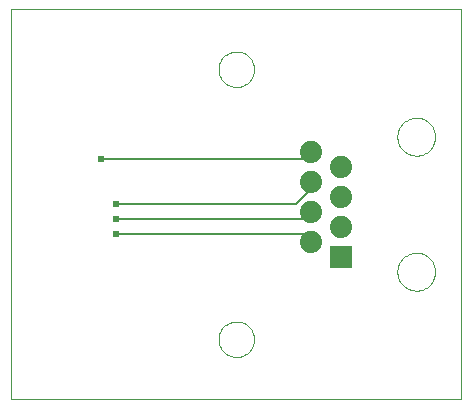
<source format=gbl>
G75*
G70*
%OFA0B0*%
%FSLAX24Y24*%
%IPPOS*%
%LPD*%
%AMOC8*
5,1,8,0,0,1.08239X$1,22.5*
%
%ADD10C,0.0000*%
%ADD11C,0.0740*%
%ADD12R,0.0740X0.0740*%
%ADD13C,0.0060*%
%ADD14C,0.0240*%
D10*
X000100Y000100D02*
X000100Y013100D01*
X015100Y013100D01*
X015100Y000100D01*
X000100Y000100D01*
X007009Y002100D02*
X007011Y002148D01*
X007017Y002196D01*
X007027Y002243D01*
X007040Y002289D01*
X007058Y002334D01*
X007078Y002378D01*
X007103Y002420D01*
X007131Y002459D01*
X007161Y002496D01*
X007195Y002530D01*
X007232Y002562D01*
X007270Y002591D01*
X007311Y002616D01*
X007354Y002638D01*
X007399Y002656D01*
X007445Y002670D01*
X007492Y002681D01*
X007540Y002688D01*
X007588Y002691D01*
X007636Y002690D01*
X007684Y002685D01*
X007732Y002676D01*
X007778Y002664D01*
X007823Y002647D01*
X007867Y002627D01*
X007909Y002604D01*
X007949Y002577D01*
X007987Y002547D01*
X008022Y002514D01*
X008054Y002478D01*
X008084Y002440D01*
X008110Y002399D01*
X008132Y002356D01*
X008152Y002312D01*
X008167Y002267D01*
X008179Y002220D01*
X008187Y002172D01*
X008191Y002124D01*
X008191Y002076D01*
X008187Y002028D01*
X008179Y001980D01*
X008167Y001933D01*
X008152Y001888D01*
X008132Y001844D01*
X008110Y001801D01*
X008084Y001760D01*
X008054Y001722D01*
X008022Y001686D01*
X007987Y001653D01*
X007949Y001623D01*
X007909Y001596D01*
X007867Y001573D01*
X007823Y001553D01*
X007778Y001536D01*
X007732Y001524D01*
X007684Y001515D01*
X007636Y001510D01*
X007588Y001509D01*
X007540Y001512D01*
X007492Y001519D01*
X007445Y001530D01*
X007399Y001544D01*
X007354Y001562D01*
X007311Y001584D01*
X007270Y001609D01*
X007232Y001638D01*
X007195Y001670D01*
X007161Y001704D01*
X007131Y001741D01*
X007103Y001780D01*
X007078Y001822D01*
X007058Y001866D01*
X007040Y001911D01*
X007027Y001957D01*
X007017Y002004D01*
X007011Y002052D01*
X007009Y002100D01*
X012970Y004350D02*
X012972Y004400D01*
X012978Y004450D01*
X012988Y004499D01*
X013002Y004547D01*
X013019Y004594D01*
X013040Y004639D01*
X013065Y004683D01*
X013093Y004724D01*
X013125Y004763D01*
X013159Y004800D01*
X013196Y004834D01*
X013236Y004864D01*
X013278Y004891D01*
X013322Y004915D01*
X013368Y004936D01*
X013415Y004952D01*
X013463Y004965D01*
X013513Y004974D01*
X013562Y004979D01*
X013613Y004980D01*
X013663Y004977D01*
X013712Y004970D01*
X013761Y004959D01*
X013809Y004944D01*
X013855Y004926D01*
X013900Y004904D01*
X013943Y004878D01*
X013984Y004849D01*
X014023Y004817D01*
X014059Y004782D01*
X014091Y004744D01*
X014121Y004704D01*
X014148Y004661D01*
X014171Y004617D01*
X014190Y004571D01*
X014206Y004523D01*
X014218Y004474D01*
X014226Y004425D01*
X014230Y004375D01*
X014230Y004325D01*
X014226Y004275D01*
X014218Y004226D01*
X014206Y004177D01*
X014190Y004129D01*
X014171Y004083D01*
X014148Y004039D01*
X014121Y003996D01*
X014091Y003956D01*
X014059Y003918D01*
X014023Y003883D01*
X013984Y003851D01*
X013943Y003822D01*
X013900Y003796D01*
X013855Y003774D01*
X013809Y003756D01*
X013761Y003741D01*
X013712Y003730D01*
X013663Y003723D01*
X013613Y003720D01*
X013562Y003721D01*
X013513Y003726D01*
X013463Y003735D01*
X013415Y003748D01*
X013368Y003764D01*
X013322Y003785D01*
X013278Y003809D01*
X013236Y003836D01*
X013196Y003866D01*
X013159Y003900D01*
X013125Y003937D01*
X013093Y003976D01*
X013065Y004017D01*
X013040Y004061D01*
X013019Y004106D01*
X013002Y004153D01*
X012988Y004201D01*
X012978Y004250D01*
X012972Y004300D01*
X012970Y004350D01*
X012970Y008850D02*
X012972Y008900D01*
X012978Y008950D01*
X012988Y008999D01*
X013002Y009047D01*
X013019Y009094D01*
X013040Y009139D01*
X013065Y009183D01*
X013093Y009224D01*
X013125Y009263D01*
X013159Y009300D01*
X013196Y009334D01*
X013236Y009364D01*
X013278Y009391D01*
X013322Y009415D01*
X013368Y009436D01*
X013415Y009452D01*
X013463Y009465D01*
X013513Y009474D01*
X013562Y009479D01*
X013613Y009480D01*
X013663Y009477D01*
X013712Y009470D01*
X013761Y009459D01*
X013809Y009444D01*
X013855Y009426D01*
X013900Y009404D01*
X013943Y009378D01*
X013984Y009349D01*
X014023Y009317D01*
X014059Y009282D01*
X014091Y009244D01*
X014121Y009204D01*
X014148Y009161D01*
X014171Y009117D01*
X014190Y009071D01*
X014206Y009023D01*
X014218Y008974D01*
X014226Y008925D01*
X014230Y008875D01*
X014230Y008825D01*
X014226Y008775D01*
X014218Y008726D01*
X014206Y008677D01*
X014190Y008629D01*
X014171Y008583D01*
X014148Y008539D01*
X014121Y008496D01*
X014091Y008456D01*
X014059Y008418D01*
X014023Y008383D01*
X013984Y008351D01*
X013943Y008322D01*
X013900Y008296D01*
X013855Y008274D01*
X013809Y008256D01*
X013761Y008241D01*
X013712Y008230D01*
X013663Y008223D01*
X013613Y008220D01*
X013562Y008221D01*
X013513Y008226D01*
X013463Y008235D01*
X013415Y008248D01*
X013368Y008264D01*
X013322Y008285D01*
X013278Y008309D01*
X013236Y008336D01*
X013196Y008366D01*
X013159Y008400D01*
X013125Y008437D01*
X013093Y008476D01*
X013065Y008517D01*
X013040Y008561D01*
X013019Y008606D01*
X013002Y008653D01*
X012988Y008701D01*
X012978Y008750D01*
X012972Y008800D01*
X012970Y008850D01*
X007009Y011100D02*
X007011Y011148D01*
X007017Y011196D01*
X007027Y011243D01*
X007040Y011289D01*
X007058Y011334D01*
X007078Y011378D01*
X007103Y011420D01*
X007131Y011459D01*
X007161Y011496D01*
X007195Y011530D01*
X007232Y011562D01*
X007270Y011591D01*
X007311Y011616D01*
X007354Y011638D01*
X007399Y011656D01*
X007445Y011670D01*
X007492Y011681D01*
X007540Y011688D01*
X007588Y011691D01*
X007636Y011690D01*
X007684Y011685D01*
X007732Y011676D01*
X007778Y011664D01*
X007823Y011647D01*
X007867Y011627D01*
X007909Y011604D01*
X007949Y011577D01*
X007987Y011547D01*
X008022Y011514D01*
X008054Y011478D01*
X008084Y011440D01*
X008110Y011399D01*
X008132Y011356D01*
X008152Y011312D01*
X008167Y011267D01*
X008179Y011220D01*
X008187Y011172D01*
X008191Y011124D01*
X008191Y011076D01*
X008187Y011028D01*
X008179Y010980D01*
X008167Y010933D01*
X008152Y010888D01*
X008132Y010844D01*
X008110Y010801D01*
X008084Y010760D01*
X008054Y010722D01*
X008022Y010686D01*
X007987Y010653D01*
X007949Y010623D01*
X007909Y010596D01*
X007867Y010573D01*
X007823Y010553D01*
X007778Y010536D01*
X007732Y010524D01*
X007684Y010515D01*
X007636Y010510D01*
X007588Y010509D01*
X007540Y010512D01*
X007492Y010519D01*
X007445Y010530D01*
X007399Y010544D01*
X007354Y010562D01*
X007311Y010584D01*
X007270Y010609D01*
X007232Y010638D01*
X007195Y010670D01*
X007161Y010704D01*
X007131Y010741D01*
X007103Y010780D01*
X007078Y010822D01*
X007058Y010866D01*
X007040Y010911D01*
X007027Y010957D01*
X007017Y011004D01*
X007011Y011052D01*
X007009Y011100D01*
D11*
X010100Y008350D03*
X011100Y007850D03*
X010100Y007350D03*
X011100Y006850D03*
X010100Y006350D03*
X011100Y005850D03*
X010100Y005350D03*
D12*
X011100Y004850D03*
D13*
X010100Y005350D02*
X010100Y005600D01*
X003600Y005600D01*
X003600Y006100D02*
X010100Y006100D01*
X010100Y006350D01*
X009600Y006600D02*
X003600Y006600D01*
X003100Y008100D02*
X010100Y008100D01*
X010100Y008350D01*
X010100Y007350D02*
X010100Y007100D01*
X009600Y006600D01*
D14*
X003600Y006600D03*
X003600Y006100D03*
X003600Y005600D03*
X003100Y008100D03*
M02*

</source>
